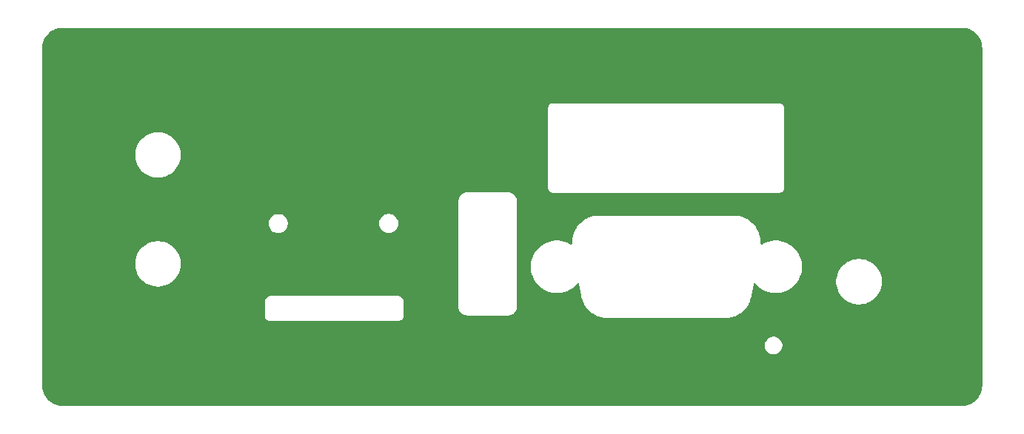
<source format=gbr>
%TF.GenerationSoftware,KiCad,Pcbnew,9.0.0*%
%TF.CreationDate,2025-03-14T14:53:35-04:00*%
%TF.ProjectId,MiniCamel_FrontPlate,4d696e69-4361-46d6-956c-5f46726f6e74,rev?*%
%TF.SameCoordinates,Original*%
%TF.FileFunction,Copper,L2,Bot*%
%TF.FilePolarity,Positive*%
%FSLAX46Y46*%
G04 Gerber Fmt 4.6, Leading zero omitted, Abs format (unit mm)*
G04 Created by KiCad (PCBNEW 9.0.0) date 2025-03-14 14:53:35*
%MOMM*%
%LPD*%
G01*
G04 APERTURE LIST*
%TA.AperFunction,ComponentPad*%
%ADD10C,4.064000*%
%TD*%
G04 APERTURE END LIST*
D10*
%TO.P,REF\u002A\u002A,1*%
%TO.N,GND*%
X81310000Y-71791723D03*
%TO.P,REF\u002A\u002A,2*%
X182460000Y-71791723D03*
%TO.P,REF\u002A\u002A,3*%
X81310000Y-109010000D03*
%TO.P,REF\u002A\u002A,4*%
X182460000Y-109010000D03*
%TD*%
%TA.AperFunction,Conductor*%
%TO.N,GND*%
G36*
X183304558Y-68710725D02*
G01*
X183571615Y-68726882D01*
X183586480Y-68728687D01*
X183845951Y-68776238D01*
X183860484Y-68779821D01*
X184112328Y-68858300D01*
X184126327Y-68863610D01*
X184366871Y-68971872D01*
X184380128Y-68978829D01*
X184605882Y-69115303D01*
X184618193Y-69123801D01*
X184733486Y-69214127D01*
X184825851Y-69286490D01*
X184837059Y-69296420D01*
X185023579Y-69482940D01*
X185033509Y-69494148D01*
X185196194Y-69701800D01*
X185204700Y-69714123D01*
X185341169Y-69939870D01*
X185348127Y-69953128D01*
X185456389Y-70193672D01*
X185461699Y-70207673D01*
X185540177Y-70459512D01*
X185543761Y-70474051D01*
X185591312Y-70733520D01*
X185593117Y-70748384D01*
X185609274Y-71015441D01*
X185609500Y-71022929D01*
X185609500Y-109697070D01*
X185609274Y-109704558D01*
X185593117Y-109971615D01*
X185591312Y-109986479D01*
X185543761Y-110245948D01*
X185540177Y-110260487D01*
X185461699Y-110512326D01*
X185456389Y-110526327D01*
X185348127Y-110766871D01*
X185341169Y-110780129D01*
X185204700Y-111005876D01*
X185196194Y-111018199D01*
X185033509Y-111225851D01*
X185023579Y-111237059D01*
X184837059Y-111423579D01*
X184825851Y-111433509D01*
X184618199Y-111596194D01*
X184605876Y-111604700D01*
X184380129Y-111741169D01*
X184366871Y-111748127D01*
X184126327Y-111856389D01*
X184112326Y-111861699D01*
X183860487Y-111940177D01*
X183845948Y-111943761D01*
X183586479Y-111991312D01*
X183571615Y-111993117D01*
X183304559Y-112009274D01*
X183297071Y-112009500D01*
X80440655Y-112009500D01*
X80433168Y-112009274D01*
X80163971Y-111992990D01*
X80149107Y-111991185D01*
X79887532Y-111943251D01*
X79872993Y-111939667D01*
X79619116Y-111860556D01*
X79605115Y-111855247D01*
X79362608Y-111746104D01*
X79349349Y-111739145D01*
X79121773Y-111601570D01*
X79109450Y-111593064D01*
X78900113Y-111429059D01*
X78888905Y-111419129D01*
X78700870Y-111231094D01*
X78690940Y-111219886D01*
X78679627Y-111205446D01*
X78526931Y-111010543D01*
X78518433Y-110998232D01*
X78380851Y-110770644D01*
X78373899Y-110757398D01*
X78264750Y-110514880D01*
X78259443Y-110500883D01*
X78180329Y-110246995D01*
X78176750Y-110232477D01*
X78128813Y-109970888D01*
X78127009Y-109956028D01*
X78110726Y-109686832D01*
X78110500Y-109679345D01*
X78110500Y-105178543D01*
X160739499Y-105178543D01*
X160777947Y-105371829D01*
X160777950Y-105371839D01*
X160853364Y-105553907D01*
X160853371Y-105553920D01*
X160962860Y-105717781D01*
X160962863Y-105717785D01*
X161102214Y-105857136D01*
X161102218Y-105857139D01*
X161266079Y-105966628D01*
X161266092Y-105966635D01*
X161448160Y-106042049D01*
X161448165Y-106042051D01*
X161448169Y-106042051D01*
X161448170Y-106042052D01*
X161641456Y-106080500D01*
X161641459Y-106080500D01*
X161838543Y-106080500D01*
X161968582Y-106054632D01*
X162031835Y-106042051D01*
X162213914Y-105966632D01*
X162377782Y-105857139D01*
X162517139Y-105717782D01*
X162626632Y-105553914D01*
X162702051Y-105371835D01*
X162740500Y-105178541D01*
X162740500Y-104981459D01*
X162740500Y-104981456D01*
X162702052Y-104788170D01*
X162702051Y-104788169D01*
X162702051Y-104788165D01*
X162702049Y-104788160D01*
X162626635Y-104606092D01*
X162626628Y-104606079D01*
X162517139Y-104442218D01*
X162517136Y-104442214D01*
X162377785Y-104302863D01*
X162377781Y-104302860D01*
X162213920Y-104193371D01*
X162213907Y-104193364D01*
X162031839Y-104117950D01*
X162031829Y-104117947D01*
X161838543Y-104079500D01*
X161838541Y-104079500D01*
X161641459Y-104079500D01*
X161641457Y-104079500D01*
X161448170Y-104117947D01*
X161448160Y-104117950D01*
X161266092Y-104193364D01*
X161266079Y-104193371D01*
X161102218Y-104302860D01*
X161102214Y-104302863D01*
X160962863Y-104442214D01*
X160962860Y-104442218D01*
X160853371Y-104606079D01*
X160853364Y-104606092D01*
X160777950Y-104788160D01*
X160777947Y-104788170D01*
X160739500Y-104981456D01*
X160739500Y-104981459D01*
X160739500Y-105178541D01*
X160739500Y-105178543D01*
X160739499Y-105178543D01*
X78110500Y-105178543D01*
X78110500Y-100057107D01*
X103589500Y-100057107D01*
X103589500Y-101808891D01*
X103623608Y-101936187D01*
X103656554Y-101993250D01*
X103689500Y-102050314D01*
X103782686Y-102143500D01*
X103881521Y-102200563D01*
X103896628Y-102209285D01*
X103896814Y-102209392D01*
X104024108Y-102243500D01*
X118854256Y-102243500D01*
X118854394Y-102243537D01*
X118919407Y-102243500D01*
X118985892Y-102243500D01*
X118985892Y-102243499D01*
X118986177Y-102243462D01*
X118986178Y-102243462D01*
X119048926Y-102226609D01*
X119113186Y-102209392D01*
X119113311Y-102209319D01*
X119113440Y-102209285D01*
X119113445Y-102209282D01*
X119113452Y-102209281D01*
X119150948Y-102187603D01*
X119169698Y-102176764D01*
X119169699Y-102176766D01*
X119169748Y-102176734D01*
X119227314Y-102143500D01*
X119227417Y-102143396D01*
X119227543Y-102143324D01*
X119273673Y-102097140D01*
X119320500Y-102050314D01*
X119320503Y-102050309D01*
X119320671Y-102050088D01*
X119320675Y-102050085D01*
X119353035Y-101993962D01*
X119353071Y-101993900D01*
X119379744Y-101947700D01*
X119386392Y-101936186D01*
X119386430Y-101936043D01*
X119386502Y-101935919D01*
X119403481Y-101872406D01*
X119420500Y-101808892D01*
X119420500Y-101808883D01*
X119420535Y-101808613D01*
X119420538Y-101808606D01*
X119420500Y-101742120D01*
X119420500Y-101677108D01*
X119420462Y-101676969D01*
X119419581Y-100133884D01*
X119419586Y-100058062D01*
X119389982Y-99909192D01*
X119331901Y-99768958D01*
X119247576Y-99642752D01*
X119140248Y-99535424D01*
X119014042Y-99451099D01*
X119014038Y-99451097D01*
X119014036Y-99451096D01*
X119014037Y-99451096D01*
X118873811Y-99393019D01*
X118873809Y-99393018D01*
X118873808Y-99393018D01*
X118724938Y-99363414D01*
X118650895Y-99363417D01*
X118650882Y-99363417D01*
X104433524Y-99362504D01*
X104433524Y-99362503D01*
X104425902Y-99362502D01*
X104425892Y-99362500D01*
X104360000Y-99362500D01*
X104356368Y-99362500D01*
X104356366Y-99362500D01*
X104356355Y-99362499D01*
X104286094Y-99362495D01*
X104286018Y-99362500D01*
X104284109Y-99362500D01*
X104135260Y-99392108D01*
X104135252Y-99392110D01*
X103995032Y-99450190D01*
X103868834Y-99534513D01*
X103761513Y-99641834D01*
X103677190Y-99768032D01*
X103619110Y-99908252D01*
X103619108Y-99908260D01*
X103589500Y-100057107D01*
X78110500Y-100057107D01*
X78110500Y-95593952D01*
X88749500Y-95593952D01*
X88749500Y-95886047D01*
X88782199Y-96176271D01*
X88782201Y-96176283D01*
X88782202Y-96176286D01*
X88793251Y-96224694D01*
X88847196Y-96461044D01*
X88847197Y-96461046D01*
X88943665Y-96736738D01*
X89070393Y-96999890D01*
X89070395Y-96999893D01*
X89225792Y-97247206D01*
X89407902Y-97475565D01*
X89614435Y-97682098D01*
X89842794Y-97864208D01*
X90090107Y-98019605D01*
X90353263Y-98146335D01*
X90628955Y-98242803D01*
X90913714Y-98307798D01*
X90913723Y-98307799D01*
X90913728Y-98307800D01*
X91107210Y-98329599D01*
X91203953Y-98340499D01*
X91203956Y-98340500D01*
X91203959Y-98340500D01*
X91496044Y-98340500D01*
X91496045Y-98340499D01*
X91677482Y-98320057D01*
X91786271Y-98307800D01*
X91786274Y-98307799D01*
X91786286Y-98307798D01*
X92071045Y-98242803D01*
X92346737Y-98146335D01*
X92609893Y-98019605D01*
X92857206Y-97864208D01*
X93085565Y-97682098D01*
X93292098Y-97475565D01*
X93474208Y-97247206D01*
X93629605Y-96999893D01*
X93756335Y-96736737D01*
X93852803Y-96461045D01*
X93917798Y-96176286D01*
X93950500Y-95886041D01*
X93950500Y-95593959D01*
X93939599Y-95497210D01*
X93917800Y-95303728D01*
X93917799Y-95303723D01*
X93917798Y-95303714D01*
X93852803Y-95018955D01*
X93756335Y-94743263D01*
X93629605Y-94480107D01*
X93474208Y-94232794D01*
X93292098Y-94004435D01*
X93085565Y-93797902D01*
X92857206Y-93615792D01*
X92658430Y-93490893D01*
X92609890Y-93460393D01*
X92346738Y-93333665D01*
X92071046Y-93237197D01*
X92071044Y-93237196D01*
X91851280Y-93187036D01*
X91786286Y-93172202D01*
X91786283Y-93172201D01*
X91786271Y-93172199D01*
X91496047Y-93139500D01*
X91496041Y-93139500D01*
X91203959Y-93139500D01*
X91203952Y-93139500D01*
X90913728Y-93172199D01*
X90913714Y-93172202D01*
X90628955Y-93237196D01*
X90628953Y-93237197D01*
X90353261Y-93333665D01*
X90090109Y-93460393D01*
X89842795Y-93615791D01*
X89614435Y-93797901D01*
X89407901Y-94004435D01*
X89225791Y-94232795D01*
X89070393Y-94480109D01*
X88943665Y-94743261D01*
X88847197Y-95018953D01*
X88847196Y-95018955D01*
X88782202Y-95303714D01*
X88782199Y-95303728D01*
X88749500Y-95593952D01*
X78110500Y-95593952D01*
X78110500Y-91048689D01*
X104003391Y-91048689D01*
X104003391Y-91221310D01*
X104028809Y-91381790D01*
X104030393Y-91391790D01*
X104080484Y-91545954D01*
X104083734Y-91555954D01*
X104162095Y-91709746D01*
X104162096Y-91709748D01*
X104263549Y-91849389D01*
X104385610Y-91971450D01*
X104479419Y-92039605D01*
X104525252Y-92072904D01*
X104679048Y-92151267D01*
X104843210Y-92204607D01*
X104907141Y-92214732D01*
X105013690Y-92231609D01*
X105013695Y-92231609D01*
X105186310Y-92231609D01*
X105281018Y-92216607D01*
X105356790Y-92204607D01*
X105520952Y-92151267D01*
X105674748Y-92072904D01*
X105814393Y-91971447D01*
X105936447Y-91849393D01*
X106037904Y-91709748D01*
X106116267Y-91555952D01*
X106169607Y-91391790D01*
X106181607Y-91316018D01*
X106196609Y-91221310D01*
X106196609Y-91048688D01*
X106196608Y-91048687D01*
X106195024Y-91038689D01*
X116643391Y-91038689D01*
X116643391Y-91211310D01*
X116670392Y-91381786D01*
X116670393Y-91381790D01*
X116715408Y-91520332D01*
X116723734Y-91545954D01*
X116802095Y-91699746D01*
X116802096Y-91699748D01*
X116903549Y-91839389D01*
X117025610Y-91961450D01*
X117095989Y-92012582D01*
X117165252Y-92062904D01*
X117319048Y-92141267D01*
X117483210Y-92194607D01*
X117546348Y-92204607D01*
X117653690Y-92221609D01*
X117653695Y-92221609D01*
X117826310Y-92221609D01*
X117921018Y-92206607D01*
X117996790Y-92194607D01*
X118160952Y-92141267D01*
X118314748Y-92062904D01*
X118454393Y-91961447D01*
X118576447Y-91839393D01*
X118677904Y-91699748D01*
X118756267Y-91545952D01*
X118809607Y-91381790D01*
X118821607Y-91306018D01*
X118836609Y-91211310D01*
X118836609Y-91038689D01*
X118811191Y-90878213D01*
X118809607Y-90868210D01*
X118756267Y-90704048D01*
X118677904Y-90550252D01*
X118614947Y-90463598D01*
X118576450Y-90410610D01*
X118454389Y-90288549D01*
X118314748Y-90187096D01*
X118314746Y-90187095D01*
X118160954Y-90108734D01*
X118160953Y-90108733D01*
X118160952Y-90108733D01*
X117996790Y-90055393D01*
X117996788Y-90055392D01*
X117996786Y-90055392D01*
X117826310Y-90028391D01*
X117826305Y-90028391D01*
X117653695Y-90028391D01*
X117653690Y-90028391D01*
X117483213Y-90055392D01*
X117319045Y-90108734D01*
X117165253Y-90187095D01*
X117165251Y-90187096D01*
X117025610Y-90288549D01*
X116903549Y-90410610D01*
X116802096Y-90550251D01*
X116802095Y-90550253D01*
X116723734Y-90704045D01*
X116670392Y-90868213D01*
X116643391Y-91038689D01*
X106195024Y-91038689D01*
X106169607Y-90878213D01*
X106169607Y-90878210D01*
X106116267Y-90714048D01*
X106037904Y-90560252D01*
X106012539Y-90525340D01*
X105936450Y-90420610D01*
X105814389Y-90298549D01*
X105674748Y-90197096D01*
X105674746Y-90197095D01*
X105520954Y-90118734D01*
X105520953Y-90118733D01*
X105520952Y-90118733D01*
X105356790Y-90065393D01*
X105356788Y-90065392D01*
X105356786Y-90065392D01*
X105186310Y-90038391D01*
X105186305Y-90038391D01*
X105013695Y-90038391D01*
X105013690Y-90038391D01*
X104843213Y-90065392D01*
X104679045Y-90118734D01*
X104525253Y-90197095D01*
X104525251Y-90197096D01*
X104385610Y-90298549D01*
X104263549Y-90420610D01*
X104162096Y-90560251D01*
X104162095Y-90560253D01*
X104083734Y-90714045D01*
X104030392Y-90878213D01*
X104003391Y-91048689D01*
X78110500Y-91048689D01*
X78110500Y-88609484D01*
X125695483Y-88609484D01*
X125695483Y-100590516D01*
X125695705Y-100605498D01*
X125697882Y-100678801D01*
X125714882Y-100794622D01*
X125714882Y-100794626D01*
X125714884Y-100794632D01*
X125752830Y-100936253D01*
X125752831Y-100936254D01*
X125752834Y-100936264D01*
X125798608Y-101046770D01*
X125803332Y-101058175D01*
X125876642Y-101185151D01*
X125876645Y-101185155D01*
X125876649Y-101185161D01*
X125956975Y-101289842D01*
X125956983Y-101289851D01*
X126060641Y-101393509D01*
X126060649Y-101393516D01*
X126060650Y-101393517D01*
X126076239Y-101405479D01*
X126165330Y-101473842D01*
X126165333Y-101473844D01*
X126165341Y-101473850D01*
X126292317Y-101547160D01*
X126414237Y-101597661D01*
X126555860Y-101635608D01*
X126671686Y-101652609D01*
X126720558Y-101654060D01*
X126744993Y-101654786D01*
X126759976Y-101655009D01*
X126760000Y-101655009D01*
X131360024Y-101655009D01*
X131375006Y-101654786D01*
X131448296Y-101652610D01*
X131448302Y-101652609D01*
X131448314Y-101652609D01*
X131496965Y-101645467D01*
X131564133Y-101635609D01*
X131564137Y-101635607D01*
X131564143Y-101635607D01*
X131705766Y-101597659D01*
X131827680Y-101547161D01*
X131954656Y-101473852D01*
X132059352Y-101393516D01*
X132163027Y-101289840D01*
X132243357Y-101185151D01*
X132316667Y-101058176D01*
X132367169Y-100936254D01*
X132405116Y-100794630D01*
X132422117Y-100678805D01*
X132424294Y-100605496D01*
X132424517Y-100590515D01*
X132424517Y-95910731D01*
X133983740Y-95910731D01*
X133983740Y-96247748D01*
X134021471Y-96582620D01*
X134021473Y-96582636D01*
X134096463Y-96911190D01*
X134096467Y-96911202D01*
X134207768Y-97229280D01*
X134207777Y-97229302D01*
X134353989Y-97532915D01*
X134430389Y-97654505D01*
X134533292Y-97818273D01*
X134743413Y-98081757D01*
X134981713Y-98320057D01*
X135245197Y-98530178D01*
X135530549Y-98709477D01*
X135530554Y-98709480D01*
X135834167Y-98855692D01*
X135834176Y-98855695D01*
X135834183Y-98855699D01*
X135834189Y-98855701D01*
X136152267Y-98967002D01*
X136152279Y-98967006D01*
X136480837Y-99041997D01*
X136815722Y-99079729D01*
X136815723Y-99079730D01*
X136815726Y-99079730D01*
X137152737Y-99079730D01*
X137152737Y-99079729D01*
X137487623Y-99041997D01*
X137816181Y-98967006D01*
X138134277Y-98855699D01*
X138210916Y-98818792D01*
X138437905Y-98709480D01*
X138437905Y-98709479D01*
X138437911Y-98709477D01*
X138723263Y-98530178D01*
X138986747Y-98320057D01*
X139225047Y-98081757D01*
X139261580Y-98035946D01*
X139305904Y-97980366D01*
X139363092Y-97940225D01*
X139432903Y-97937375D01*
X139493174Y-97972720D01*
X139524767Y-98035039D01*
X139524932Y-98035946D01*
X139772604Y-99427243D01*
X139772640Y-99427437D01*
X139772967Y-99429273D01*
X139791060Y-99548198D01*
X139807339Y-99619770D01*
X139807519Y-99620155D01*
X139807550Y-99620352D01*
X139810269Y-99629323D01*
X139810270Y-99629325D01*
X139895112Y-99909192D01*
X139929980Y-100024212D01*
X139929983Y-100024219D01*
X139964612Y-100106802D01*
X139966810Y-100112424D01*
X139968716Y-100117673D01*
X140100635Y-100364403D01*
X140201898Y-100553796D01*
X140203159Y-100556130D01*
X140204014Y-100557711D01*
X140204016Y-100557715D01*
X140228380Y-100590261D01*
X140235188Y-100600352D01*
X140257918Y-100637897D01*
X140257920Y-100637899D01*
X140571609Y-101020169D01*
X140618089Y-101069627D01*
X140620009Y-101070959D01*
X140640835Y-101089159D01*
X140643243Y-101091792D01*
X140643248Y-101091797D01*
X141025513Y-101405482D01*
X141025522Y-101405488D01*
X141087343Y-101448915D01*
X141093259Y-101452174D01*
X141093105Y-101452453D01*
X141105631Y-101459529D01*
X141105867Y-101459156D01*
X141109605Y-101461512D01*
X141109610Y-101461515D01*
X141109612Y-101461516D01*
X141545732Y-101694686D01*
X141627694Y-101728213D01*
X141633201Y-101730625D01*
X141639143Y-101733403D01*
X142112343Y-101876913D01*
X142116634Y-101878194D01*
X142139726Y-101881514D01*
X142157483Y-101884067D01*
X142169382Y-101886375D01*
X142211733Y-101896766D01*
X142703733Y-101945026D01*
X142747175Y-101947151D01*
X142750386Y-101947458D01*
X142750391Y-101947388D01*
X142754794Y-101947698D01*
X142754808Y-101947700D01*
X156110857Y-101935589D01*
X156119851Y-101935909D01*
X156130420Y-101936669D01*
X156133048Y-101937571D01*
X156159132Y-101938737D01*
X156160797Y-101938857D01*
X156161621Y-101939164D01*
X156175867Y-101940877D01*
X156200600Y-101945752D01*
X156230156Y-101943053D01*
X156246957Y-101942664D01*
X156276785Y-101943999D01*
X156756845Y-101896749D01*
X156781136Y-101893373D01*
X156796854Y-101891190D01*
X156796855Y-101891189D01*
X156796859Y-101891189D01*
X156815995Y-101884828D01*
X156836365Y-101879925D01*
X156856077Y-101876913D01*
X157329277Y-101733403D01*
X157410421Y-101699368D01*
X157416006Y-101697184D01*
X157423049Y-101694627D01*
X157858909Y-101461457D01*
X157859815Y-101460971D01*
X157894221Y-101435563D01*
X157903648Y-101429248D01*
X157942907Y-101405482D01*
X158325177Y-101091792D01*
X158373274Y-101046770D01*
X158375289Y-101043888D01*
X158393226Y-101023446D01*
X158396812Y-101020167D01*
X158710502Y-100637897D01*
X158756908Y-100571013D01*
X158756910Y-100571006D01*
X158760200Y-100564912D01*
X158760481Y-100565063D01*
X158765049Y-100556130D01*
X158766520Y-100553796D01*
X158766526Y-100553788D01*
X158999696Y-100117668D01*
X159033118Y-100035960D01*
X159035534Y-100030445D01*
X159038424Y-100024265D01*
X159181934Y-99551055D01*
X159183214Y-99546766D01*
X159189118Y-99505696D01*
X159189827Y-99501327D01*
X159190504Y-99497575D01*
X159201790Y-99451515D01*
X159205256Y-99416059D01*
X159446519Y-98040144D01*
X159477487Y-97977513D01*
X159537400Y-97941566D01*
X159607236Y-97943716D01*
X159664824Y-97983282D01*
X159665603Y-97984249D01*
X159693798Y-98019605D01*
X159743363Y-98081757D01*
X159981663Y-98320057D01*
X160245147Y-98530178D01*
X160530499Y-98709477D01*
X160530504Y-98709480D01*
X160834117Y-98855692D01*
X160834126Y-98855695D01*
X160834133Y-98855699D01*
X160834139Y-98855701D01*
X161152217Y-98967002D01*
X161152229Y-98967006D01*
X161480787Y-99041997D01*
X161815672Y-99079729D01*
X161815673Y-99079730D01*
X161815676Y-99079730D01*
X162152687Y-99079730D01*
X162152687Y-99079729D01*
X162487573Y-99041997D01*
X162816131Y-98967006D01*
X163134227Y-98855699D01*
X163210866Y-98818792D01*
X163437855Y-98709480D01*
X163437855Y-98709479D01*
X163437861Y-98709477D01*
X163723213Y-98530178D01*
X163986697Y-98320057D01*
X164224997Y-98081757D01*
X164435118Y-97818273D01*
X164550935Y-97633952D01*
X168919500Y-97633952D01*
X168919500Y-97926047D01*
X168952199Y-98216271D01*
X168952201Y-98216283D01*
X168952202Y-98216286D01*
X168967036Y-98281280D01*
X169017196Y-98501044D01*
X169017197Y-98501046D01*
X169113665Y-98776738D01*
X169240393Y-99039890D01*
X169240395Y-99039893D01*
X169395792Y-99287206D01*
X169479450Y-99392110D01*
X169566547Y-99501327D01*
X169577902Y-99515565D01*
X169784435Y-99722098D01*
X170012794Y-99904208D01*
X170260107Y-100059605D01*
X170523263Y-100186335D01*
X170798955Y-100282803D01*
X171083714Y-100347798D01*
X171083723Y-100347799D01*
X171083728Y-100347800D01*
X171277210Y-100369599D01*
X171373953Y-100380499D01*
X171373956Y-100380500D01*
X171373959Y-100380500D01*
X171666044Y-100380500D01*
X171666045Y-100380499D01*
X171816791Y-100363515D01*
X171956271Y-100347800D01*
X171956274Y-100347799D01*
X171956286Y-100347798D01*
X172241045Y-100282803D01*
X172516737Y-100186335D01*
X172779893Y-100059605D01*
X173027206Y-99904208D01*
X173255565Y-99722098D01*
X173462098Y-99515565D01*
X173644208Y-99287206D01*
X173799605Y-99039893D01*
X173926335Y-98776737D01*
X174022803Y-98501045D01*
X174087798Y-98216286D01*
X174095680Y-98146335D01*
X174109958Y-98019605D01*
X174120500Y-97926041D01*
X174120500Y-97633959D01*
X174087798Y-97343714D01*
X174022803Y-97058955D01*
X173926335Y-96783263D01*
X173799605Y-96520107D01*
X173644208Y-96272794D01*
X173462098Y-96044435D01*
X173255565Y-95837902D01*
X173027206Y-95655792D01*
X172779893Y-95500395D01*
X172779890Y-95500393D01*
X172516738Y-95373665D01*
X172241046Y-95277197D01*
X172241044Y-95277196D01*
X172021280Y-95227036D01*
X171956286Y-95212202D01*
X171956283Y-95212201D01*
X171956271Y-95212199D01*
X171666047Y-95179500D01*
X171666041Y-95179500D01*
X171373959Y-95179500D01*
X171373952Y-95179500D01*
X171083728Y-95212199D01*
X171083714Y-95212202D01*
X170798955Y-95277196D01*
X170798953Y-95277197D01*
X170523261Y-95373665D01*
X170260109Y-95500393D01*
X170012795Y-95655791D01*
X169784435Y-95837901D01*
X169577901Y-96044435D01*
X169395791Y-96272795D01*
X169240393Y-96520109D01*
X169113665Y-96783261D01*
X169017197Y-97058953D01*
X169017196Y-97058955D01*
X168952202Y-97343714D01*
X168952199Y-97343728D01*
X168919500Y-97633952D01*
X164550935Y-97633952D01*
X164614417Y-97532921D01*
X164760639Y-97229287D01*
X164871946Y-96911191D01*
X164946937Y-96582633D01*
X164984670Y-96247744D01*
X164984670Y-95910736D01*
X164946937Y-95575847D01*
X164871946Y-95247289D01*
X164859668Y-95212202D01*
X164760641Y-94929199D01*
X164760632Y-94929177D01*
X164614420Y-94625564D01*
X164457735Y-94376202D01*
X164435118Y-94340207D01*
X164224997Y-94076723D01*
X163986697Y-93838423D01*
X163723213Y-93628302D01*
X163554320Y-93522179D01*
X163437855Y-93448999D01*
X163134242Y-93302787D01*
X163134220Y-93302778D01*
X162816142Y-93191477D01*
X162816130Y-93191473D01*
X162487576Y-93116483D01*
X162487560Y-93116481D01*
X162152688Y-93078750D01*
X162152684Y-93078750D01*
X161815676Y-93078750D01*
X161815671Y-93078750D01*
X161480799Y-93116481D01*
X161480783Y-93116483D01*
X161152229Y-93191473D01*
X161152217Y-93191477D01*
X160834139Y-93302778D01*
X160834117Y-93302787D01*
X160530504Y-93448999D01*
X160430263Y-93511985D01*
X160419227Y-93515103D01*
X160410202Y-93522179D01*
X160386213Y-93524432D01*
X160363026Y-93530985D01*
X160352054Y-93527641D01*
X160340639Y-93528714D01*
X160319240Y-93517641D01*
X160296191Y-93510617D01*
X160288770Y-93501874D01*
X160278585Y-93496604D01*
X160266568Y-93475718D01*
X160250977Y-93457349D01*
X160248564Y-93444424D01*
X160243742Y-93436042D01*
X160241824Y-93408316D01*
X160240441Y-93400902D01*
X160240590Y-93397856D01*
X160250265Y-93299844D01*
X160252382Y-93268390D01*
X160248692Y-93233971D01*
X160250270Y-93198549D01*
X160201750Y-92706549D01*
X160196200Y-92666633D01*
X160189896Y-92647666D01*
X160184992Y-92627303D01*
X160181901Y-92607093D01*
X160064931Y-92221609D01*
X160038391Y-92134142D01*
X160036624Y-92129682D01*
X160014134Y-92072903D01*
X160007696Y-92056649D01*
X160007196Y-92055639D01*
X160000090Y-92041286D01*
X160000090Y-92041285D01*
X159999266Y-92039622D01*
X159999265Y-92039619D01*
X159999258Y-92039605D01*
X159989331Y-92019553D01*
X159984742Y-92012582D01*
X159766517Y-91604415D01*
X159766187Y-91603805D01*
X159764407Y-91600510D01*
X159739953Y-91567844D01*
X159733143Y-91557749D01*
X159710493Y-91520334D01*
X159710491Y-91520332D01*
X159710489Y-91520330D01*
X159396802Y-91138063D01*
X159385732Y-91126237D01*
X159351786Y-91089972D01*
X159351784Y-91089970D01*
X159351780Y-91089966D01*
X159351773Y-91089961D01*
X159348790Y-91087874D01*
X159328401Y-91069993D01*
X159325016Y-91066295D01*
X158942757Y-90752873D01*
X158942745Y-90752865D01*
X158922391Y-90739669D01*
X158881961Y-90713457D01*
X158875994Y-90709335D01*
X158858916Y-90696777D01*
X158423056Y-90463597D01*
X158423049Y-90463594D01*
X158423047Y-90463593D01*
X158339025Y-90429209D01*
X158333504Y-90426792D01*
X158331532Y-90425870D01*
X158329275Y-90424816D01*
X158329272Y-90424815D01*
X158329270Y-90424814D01*
X158329271Y-90424814D01*
X157856064Y-90281305D01*
X157800949Y-90272182D01*
X157791594Y-90270260D01*
X157779509Y-90267289D01*
X157756938Y-90261739D01*
X157264975Y-90213222D01*
X157264930Y-90213219D01*
X157215333Y-90210780D01*
X157215330Y-90210780D01*
X157213929Y-90210780D01*
X155329804Y-90212235D01*
X141857579Y-90222642D01*
X141847801Y-90222263D01*
X141837615Y-90221465D01*
X141835116Y-90220610D01*
X141815782Y-90219755D01*
X141813672Y-90219590D01*
X141812599Y-90219181D01*
X141797865Y-90217321D01*
X141783358Y-90214274D01*
X141777712Y-90213088D01*
X141777709Y-90213087D01*
X141761848Y-90214221D01*
X141761119Y-90214274D01*
X141752277Y-90214590D01*
X141701679Y-90214590D01*
X141696203Y-90214469D01*
X141691385Y-90214256D01*
X141691372Y-90214256D01*
X141211315Y-90261755D01*
X141171567Y-90267289D01*
X141171553Y-90267292D01*
X141153865Y-90273170D01*
X141133506Y-90278072D01*
X141112341Y-90281307D01*
X140639145Y-90424816D01*
X140557969Y-90458861D01*
X140552360Y-90461054D01*
X140545368Y-90463594D01*
X140545359Y-90463598D01*
X140109455Y-90696803D01*
X140108610Y-90697255D01*
X140108602Y-90697261D01*
X140093151Y-90708670D01*
X140087160Y-90712827D01*
X140025673Y-90752866D01*
X139643412Y-91066288D01*
X139643404Y-91066295D01*
X139643402Y-91066297D01*
X139618212Y-91089961D01*
X139593779Y-91112913D01*
X139593776Y-91112916D01*
X139592461Y-91114813D01*
X139574277Y-91135621D01*
X139571609Y-91138061D01*
X139571607Y-91138063D01*
X139257919Y-91520330D01*
X139257918Y-91520331D01*
X139212095Y-91586214D01*
X139208810Y-91592278D01*
X139208572Y-91592149D01*
X139203922Y-91601213D01*
X139201898Y-91604424D01*
X138968724Y-92040552D01*
X138934531Y-92124137D01*
X138932103Y-92129682D01*
X138930021Y-92134136D01*
X138930018Y-92134143D01*
X138786482Y-92607179D01*
X138785206Y-92611451D01*
X138785203Y-92611464D01*
X138779247Y-92652886D01*
X138776924Y-92664839D01*
X138766669Y-92706550D01*
X138718150Y-93198538D01*
X138718150Y-93198556D01*
X138719230Y-93224359D01*
X138720337Y-93250774D01*
X138718158Y-93299882D01*
X138727826Y-93397759D01*
X138727977Y-93400736D01*
X138720504Y-93431939D01*
X138714535Y-93463463D01*
X138712420Y-93465694D01*
X138711705Y-93468684D01*
X138688550Y-93490893D01*
X138666484Y-93514187D01*
X138663499Y-93514921D01*
X138661281Y-93517049D01*
X138629793Y-93523214D01*
X138598638Y-93530880D01*
X138595557Y-93529918D01*
X138592713Y-93530475D01*
X138575641Y-93523699D01*
X138538164Y-93511996D01*
X138437911Y-93449003D01*
X138437912Y-93449003D01*
X138437905Y-93448999D01*
X138134292Y-93302787D01*
X138134270Y-93302778D01*
X137816192Y-93191477D01*
X137816180Y-93191473D01*
X137487626Y-93116483D01*
X137487610Y-93116481D01*
X137152738Y-93078750D01*
X137152734Y-93078750D01*
X136815726Y-93078750D01*
X136815721Y-93078750D01*
X136480849Y-93116481D01*
X136480833Y-93116483D01*
X136152279Y-93191473D01*
X136152267Y-93191477D01*
X135834189Y-93302778D01*
X135834167Y-93302787D01*
X135530554Y-93448999D01*
X135245198Y-93628301D01*
X134981713Y-93838422D01*
X134743412Y-94076723D01*
X134533291Y-94340208D01*
X134353989Y-94625564D01*
X134207777Y-94929177D01*
X134207768Y-94929199D01*
X134096467Y-95247277D01*
X134096463Y-95247289D01*
X134021473Y-95575843D01*
X134021471Y-95575859D01*
X133983740Y-95910731D01*
X132424517Y-95910731D01*
X132424517Y-88609504D01*
X132424487Y-88607521D01*
X132424291Y-88594401D01*
X132422099Y-88521092D01*
X132405104Y-88405381D01*
X132367161Y-88263759D01*
X132316663Y-88141837D01*
X132243357Y-88014861D01*
X132243354Y-88014858D01*
X132243353Y-88014855D01*
X132163028Y-87910169D01*
X132163018Y-87910158D01*
X132059354Y-87806492D01*
X132059345Y-87806484D01*
X131954661Y-87726156D01*
X131954655Y-87726152D01*
X131905396Y-87697711D01*
X131827685Y-87652844D01*
X131705765Y-87602342D01*
X131705763Y-87602341D01*
X131705762Y-87602341D01*
X131564134Y-87564391D01*
X131564135Y-87564391D01*
X131448325Y-87547393D01*
X131448296Y-87547390D01*
X131375006Y-87545214D01*
X131360024Y-87544992D01*
X131360000Y-87544992D01*
X126760000Y-87544992D01*
X126759976Y-87544992D01*
X126744993Y-87545214D01*
X126671690Y-87547391D01*
X126555869Y-87564391D01*
X126555865Y-87564391D01*
X126414237Y-87602340D01*
X126414227Y-87602343D01*
X126292320Y-87652839D01*
X126292316Y-87652841D01*
X126165341Y-87726151D01*
X126165330Y-87726158D01*
X126060649Y-87806484D01*
X125956975Y-87910158D01*
X125876649Y-88014839D01*
X125876642Y-88014850D01*
X125803332Y-88141825D01*
X125803330Y-88141829D01*
X125752834Y-88263736D01*
X125752831Y-88263746D01*
X125714882Y-88405374D01*
X125714882Y-88405378D01*
X125697882Y-88521199D01*
X125695705Y-88594502D01*
X125695483Y-88609484D01*
X78110500Y-88609484D01*
X78110500Y-83123952D01*
X88749500Y-83123952D01*
X88749500Y-83416047D01*
X88782199Y-83706271D01*
X88782202Y-83706285D01*
X88847196Y-83991044D01*
X88847197Y-83991046D01*
X88943665Y-84266738D01*
X89070393Y-84529890D01*
X89070395Y-84529893D01*
X89225792Y-84777206D01*
X89407902Y-85005565D01*
X89614435Y-85212098D01*
X89842794Y-85394208D01*
X90090107Y-85549605D01*
X90353263Y-85676335D01*
X90628955Y-85772803D01*
X90913714Y-85837798D01*
X90913723Y-85837799D01*
X90913728Y-85837800D01*
X91107210Y-85859599D01*
X91203953Y-85870499D01*
X91203956Y-85870500D01*
X91203959Y-85870500D01*
X91496044Y-85870500D01*
X91496045Y-85870499D01*
X91644371Y-85853787D01*
X91786271Y-85837800D01*
X91786274Y-85837799D01*
X91786286Y-85837798D01*
X92071045Y-85772803D01*
X92346737Y-85676335D01*
X92609893Y-85549605D01*
X92857206Y-85394208D01*
X93085565Y-85212098D01*
X93292098Y-85005565D01*
X93474208Y-84777206D01*
X93629605Y-84529893D01*
X93756335Y-84266737D01*
X93852803Y-83991045D01*
X93917798Y-83706286D01*
X93950500Y-83416041D01*
X93950500Y-83123959D01*
X93917798Y-82833714D01*
X93852803Y-82548955D01*
X93756335Y-82273263D01*
X93629605Y-82010107D01*
X93474208Y-81762794D01*
X93292098Y-81534435D01*
X93085565Y-81327902D01*
X92857206Y-81145792D01*
X92609893Y-80990395D01*
X92609890Y-80990393D01*
X92346738Y-80863665D01*
X92071046Y-80767197D01*
X92071044Y-80767196D01*
X91851280Y-80717036D01*
X91786286Y-80702202D01*
X91786283Y-80702201D01*
X91786271Y-80702199D01*
X91496047Y-80669500D01*
X91496041Y-80669500D01*
X91203959Y-80669500D01*
X91203952Y-80669500D01*
X90913728Y-80702199D01*
X90913714Y-80702202D01*
X90628955Y-80767196D01*
X90628953Y-80767197D01*
X90353261Y-80863665D01*
X90090109Y-80990393D01*
X89842795Y-81145791D01*
X89614435Y-81327901D01*
X89407901Y-81534435D01*
X89225791Y-81762795D01*
X89070393Y-82010109D01*
X88943665Y-82273261D01*
X88847197Y-82548953D01*
X88847196Y-82548955D01*
X88782202Y-82833714D01*
X88782199Y-82833728D01*
X88749500Y-83123952D01*
X78110500Y-83123952D01*
X78110500Y-77879999D01*
X135969499Y-77879999D01*
X135969499Y-87080002D01*
X135974643Y-87151940D01*
X136015181Y-87289994D01*
X136092966Y-87411030D01*
X136092970Y-87411034D01*
X136201699Y-87505249D01*
X136201705Y-87505254D01*
X136242173Y-87523735D01*
X136332579Y-87565023D01*
X136332582Y-87565023D01*
X136332583Y-87565024D01*
X136474999Y-87585500D01*
X136475002Y-87585500D01*
X162445001Y-87585500D01*
X162516941Y-87580355D01*
X162654993Y-87539819D01*
X162776033Y-87462031D01*
X162870255Y-87353294D01*
X162930025Y-87222416D01*
X162950501Y-87080000D01*
X162950501Y-77880000D01*
X162945356Y-77808060D01*
X162904820Y-77670008D01*
X162827032Y-77548968D01*
X162768174Y-77497967D01*
X162718300Y-77454750D01*
X162718298Y-77454748D01*
X162718295Y-77454746D01*
X162718291Y-77454744D01*
X162587420Y-77394976D01*
X162587415Y-77394975D01*
X162445001Y-77374500D01*
X136474999Y-77374500D01*
X136474996Y-77374500D01*
X136403058Y-77379644D01*
X136265004Y-77420182D01*
X136143968Y-77497967D01*
X136143964Y-77497971D01*
X136049749Y-77606700D01*
X136049743Y-77606709D01*
X135989975Y-77737580D01*
X135989974Y-77737585D01*
X135969499Y-77879999D01*
X78110500Y-77879999D01*
X78110500Y-71022929D01*
X78110726Y-71015441D01*
X78126882Y-70748384D01*
X78128687Y-70733520D01*
X78176238Y-70474051D01*
X78179822Y-70459512D01*
X78258300Y-70207673D01*
X78263610Y-70193672D01*
X78371876Y-69953119D01*
X78378825Y-69939877D01*
X78515308Y-69714109D01*
X78523795Y-69701813D01*
X78686497Y-69494139D01*
X78696412Y-69482948D01*
X78882948Y-69296412D01*
X78894139Y-69286497D01*
X79101813Y-69123795D01*
X79114109Y-69115308D01*
X79339877Y-68978825D01*
X79353119Y-68971876D01*
X79593678Y-68863607D01*
X79607665Y-68858302D01*
X79859518Y-68779820D01*
X79874044Y-68776239D01*
X80133521Y-68728686D01*
X80148382Y-68726882D01*
X80415441Y-68710725D01*
X80422929Y-68710500D01*
X80485069Y-68710500D01*
X183234931Y-68710500D01*
X183297071Y-68710500D01*
X183304558Y-68710725D01*
G37*
%TD.AperFunction*%
%TD*%
M02*

</source>
